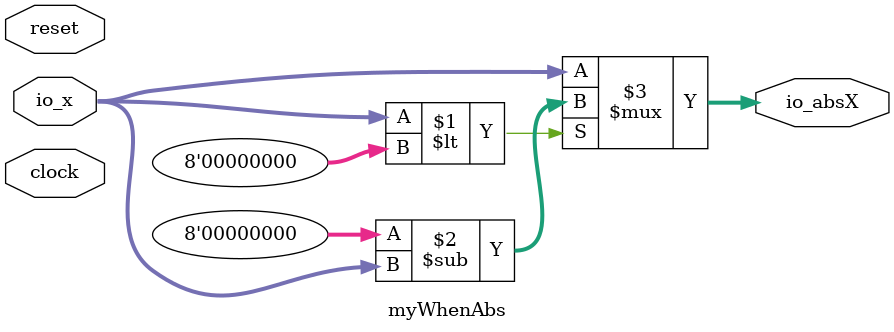
<source format=v>
module myWhenAbs(	// file.cleaned.mlir:2:3
  input        clock,	// file.cleaned.mlir:2:27
               reset,	// file.cleaned.mlir:2:43
  input  [7:0] io_x,	// file.cleaned.mlir:2:59
  output [7:0] io_absX	// file.cleaned.mlir:2:75
);

  assign io_absX = $signed(io_x) < 8'sh0 ? 8'h0 - io_x : io_x;	// file.cleaned.mlir:3:14, :4:10, :5:10, :6:10, :7:5
endmodule


</source>
